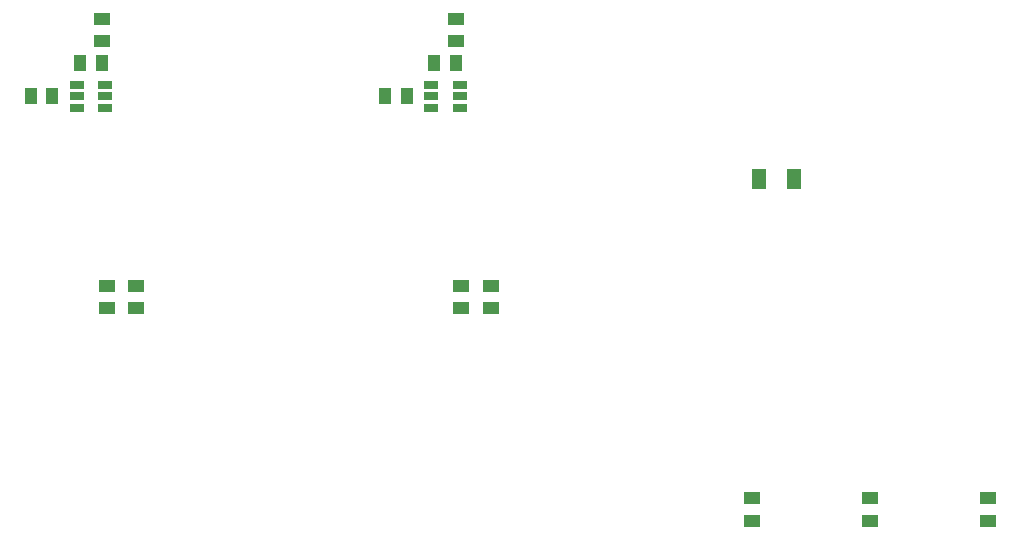
<source format=gbr>
%TF.GenerationSoftware,Altium Limited,Altium Designer,25.8.1 (18)*%
G04 Layer_Color=8421504*
%FSLAX45Y45*%
%MOMM*%
%TF.SameCoordinates,A785B3B1-CB1D-45D8-AEAD-54020840EAB1*%
%TF.FilePolarity,Positive*%
%TF.FileFunction,Paste,Top*%
%TF.Part,Single*%
G01*
G75*
%TA.AperFunction,SMDPad,CuDef*%
%ADD10R,1.45000X1.05000*%
%ADD11R,1.05000X1.45000*%
%ADD12R,1.20000X1.80000*%
%ADD13R,1.30000X0.65000*%
D10*
X20134000Y14005000D02*
D03*
Y14195000D02*
D03*
X20384000Y14195000D02*
D03*
Y14005000D02*
D03*
X17384000Y14195000D02*
D03*
Y14005000D02*
D03*
X17134000Y14005000D02*
D03*
Y14195000D02*
D03*
X22595500Y12395000D02*
D03*
Y12205000D02*
D03*
X23595500Y12395000D02*
D03*
Y12205000D02*
D03*
X24595500Y12395000D02*
D03*
Y12205000D02*
D03*
X20092500Y16264999D02*
D03*
Y16455000D02*
D03*
X17092500Y16264999D02*
D03*
Y16455000D02*
D03*
D11*
X16907500Y16080000D02*
D03*
X17092500D02*
D03*
X19907500D02*
D03*
X20092500D02*
D03*
X19487500Y15800000D02*
D03*
X19672501D02*
D03*
X16487500D02*
D03*
X16672501D02*
D03*
D12*
X22947501Y15096001D02*
D03*
X22652499D02*
D03*
D13*
X20120000Y15705000D02*
D03*
Y15800000D02*
D03*
Y15895000D02*
D03*
X19880000D02*
D03*
Y15800000D02*
D03*
Y15705000D02*
D03*
X17120000D02*
D03*
Y15800000D02*
D03*
Y15895000D02*
D03*
X16880000D02*
D03*
Y15800000D02*
D03*
Y15705000D02*
D03*
%TF.MD5,77384b75e354a34de6d202797950589e*%
M02*

</source>
